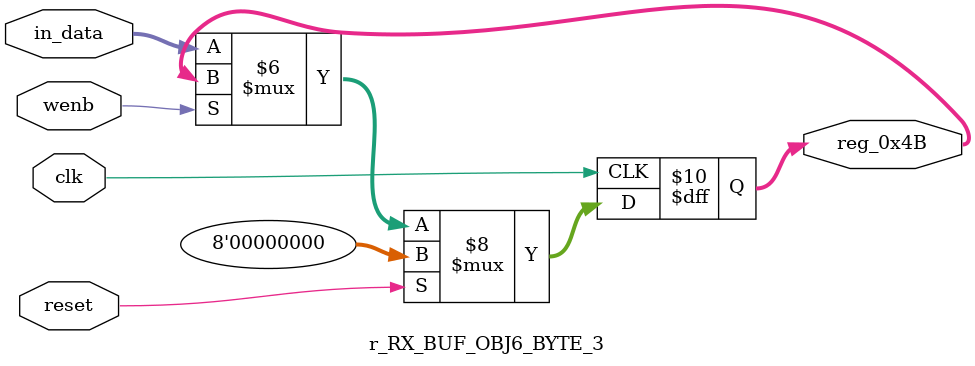
<source format=v>
module r_RX_BUF_OBJ6_BYTE_3(output reg [7:0] reg_0x4B, input wire reset, input wire wenb, input wire [7:0] in_data, input wire clk);
	always@(posedge clk)
	begin
		if(reset==0) begin
			if(wenb==0)
				reg_0x4B<=in_data;
			else
				reg_0x4B<=reg_0x4B;
		end
		else
			reg_0x4B<=8'h00;
	end
endmodule
</source>
